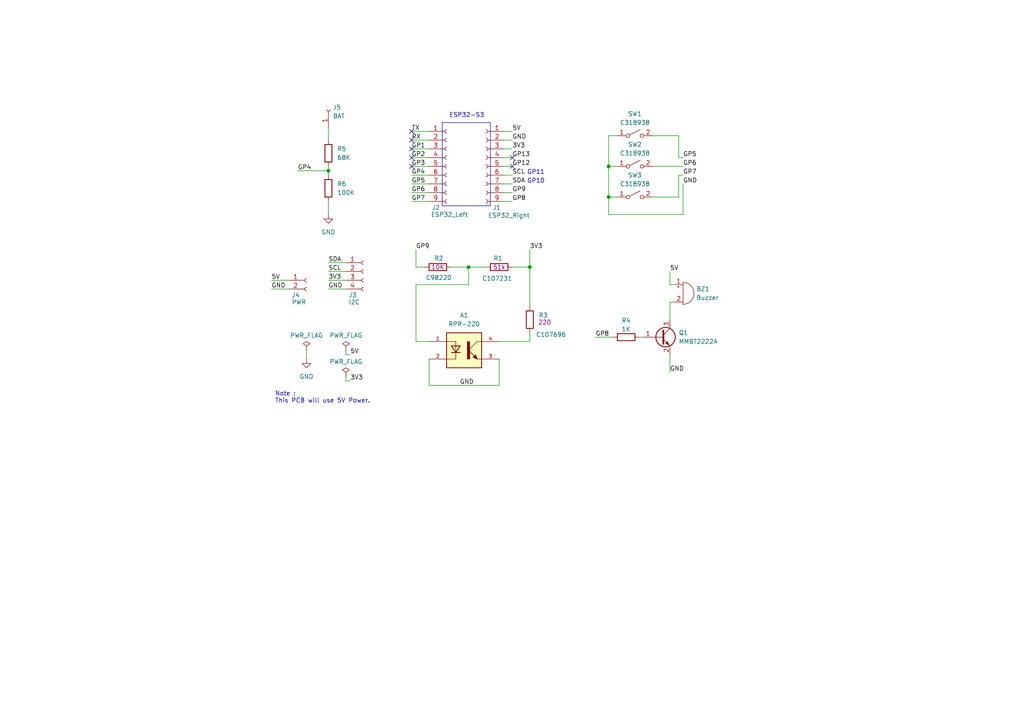
<source format=kicad_sch>
(kicad_sch (version 20250114) (generator "eeschema") (generator_version "9.0")
  (paper "A4")
  (lib_symbols
    (symbol "Connector:Conn_01x01_Socket" (pin_names (offset 1.016) (hide yes))
      (property "Reference" "J" (at 0 2.54 0))
      (property "Value" "Conn_01x01_Socket" (at 0 -2.54 0))
      (symbol "Conn_01x01_Socket_1_1"
        (polyline (pts (xy -1.27 0) (xy -0.508 0)) (stroke (width 0.1524)))
        (arc (start 0 -0.508) (mid -0.5058 0) (end 0 0.508) (stroke (width 0.1524)))
        (pin passive line (at -5.08 0 0) (length 3.81) (name "Pin_1") (number "1"))
      )
    )
    (symbol "Connector:Conn_01x02_Socket" (pin_names (offset 1.016) (hide yes))
      (property "Reference" "J" (at 0 2.54 0))
      (property "Value" "Conn_01x02_Socket" (at 0 -5.08 0))
      (symbol "Conn_01x02_Socket_1_1"
        (polyline (pts (xy -1.27 0) (xy -0.508 0)) (stroke (width 0.1524)))
        (polyline (pts (xy -1.27 -2.54) (xy -0.508 -2.54)) (stroke (width 0.1524)))
        (arc (start 0 -0.508) (mid -0.5058 0) (end 0 0.508) (stroke (width 0.1524)))
        (arc (start 0 -3.048) (mid -0.5058 -2.54) (end 0 -2.032) (stroke (width 0.1524)))
        (pin passive line (at -5.08 0 0) (length 3.81) (name "Pin_1") (number "1"))
        (pin passive line (at -5.08 -2.54 0) (length 3.81) (name "Pin_2") (number "2"))
      )
    )
    (symbol "Connector:Conn_01x04_Socket" (pin_names (offset 1.016) (hide yes))
      (property "Reference" "J" (at 0 5.08 0))
      (property "Value" "Conn_01x04_Socket" (at 0 -7.62 0))
      (symbol "Conn_01x04_Socket_1_1"
        (polyline (pts (xy -1.27 2.54) (xy -0.508 2.54)) (stroke (width 0.1524)))
        (polyline (pts (xy -1.27 0) (xy -0.508 0)) (stroke (width 0.1524)))
        (polyline (pts (xy -1.27 -2.54) (xy -0.508 -2.54)) (stroke (width 0.1524)))
        (polyline (pts (xy -1.27 -5.08) (xy -0.508 -5.08)) (stroke (width 0.1524)))
        (arc (start 0 2.032) (mid -0.5058 2.54) (end 0 3.048) (stroke (width 0.1524)))
        (arc (start 0 -0.508) (mid -0.5058 0) (end 0 0.508) (stroke (width 0.1524)))
        (arc (start 0 -3.048) (mid -0.5058 -2.54) (end 0 -2.032) (stroke (width 0.1524)))
        (arc (start 0 -5.588) (mid -0.5058 -5.08) (end 0 -4.572) (stroke (width 0.1524)))
        (pin passive line (at -5.08 2.54 0) (length 3.81) (name "Pin_1") (number "1"))
        (pin passive line (at -5.08 0 0) (length 3.81) (name "Pin_2") (number "2"))
        (pin passive line (at -5.08 -2.54 0) (length 3.81) (name "Pin_3") (number "3"))
        (pin passive line (at -5.08 -5.08 0) (length 3.81) (name "Pin_4") (number "4"))
      )
    )
    (symbol "Connector:Conn_01x09_Socket" (pin_names (offset 1.016) (hide yes))
      (property "Reference" "J" (at 0 12.7 0))
      (property "Value" "Conn_01x09_Socket" (at 0 -12.7 0))
      (symbol "Conn_01x09_Socket_1_1"
        (polyline (pts (xy -1.27 10.16) (xy -0.508 10.16)) (stroke (width 0.1524)))
        (polyline (pts (xy -1.27 7.62) (xy -0.508 7.62)) (stroke (width 0.1524)))
        (polyline (pts (xy -1.27 5.08) (xy -0.508 5.08)) (stroke (width 0.1524)))
        (polyline (pts (xy -1.27 2.54) (xy -0.508 2.54)) (stroke (width 0.1524)))
        (polyline (pts (xy -1.27 0) (xy -0.508 0)) (stroke (width 0.1524)))
        (polyline (pts (xy -1.27 -2.54) (xy -0.508 -2.54)) (stroke (width 0.1524)))
        (polyline (pts (xy -1.27 -5.08) (xy -0.508 -5.08)) (stroke (width 0.1524)))
        (polyline (pts (xy -1.27 -7.62) (xy -0.508 -7.62)) (stroke (width 0.1524)))
        (polyline (pts (xy -1.27 -10.16) (xy -0.508 -10.16)) (stroke (width 0.1524)))
        (arc (start 0 9.652) (mid -0.5058 10.16) (end 0 10.668) (stroke (width 0.1524)))
        (arc (start 0 7.112) (mid -0.5058 7.62) (end 0 8.128) (stroke (width 0.1524)))
        (arc (start 0 4.572) (mid -0.5058 5.08) (end 0 5.588) (stroke (width 0.1524)))
        (arc (start 0 2.032) (mid -0.5058 2.54) (end 0 3.048) (stroke (width 0.1524)))
        (arc (start 0 -0.508) (mid -0.5058 0) (end 0 0.508) (stroke (width 0.1524)))
        (arc (start 0 -3.048) (mid -0.5058 -2.54) (end 0 -2.032) (stroke (width 0.1524)))
        (arc (start 0 -5.588) (mid -0.5058 -5.08) (end 0 -4.572) (stroke (width 0.1524)))
        (arc (start 0 -8.128) (mid -0.5058 -7.62) (end 0 -7.112) (stroke (width 0.1524)))
        (arc (start 0 -10.668) (mid -0.5058 -10.16) (end 0 -9.652) (stroke (width 0.1524)))
        (pin passive line (at -5.08 10.16 0) (length 3.81) (name "Pin_1") (number "1"))
        (pin passive line (at -5.08 7.62 0) (length 3.81) (name "Pin_2") (number "2"))
        (pin passive line (at -5.08 5.08 0) (length 3.81) (name "Pin_3") (number "3"))
        (pin passive line (at -5.08 2.54 0) (length 3.81) (name "Pin_4") (number "4"))
        (pin passive line (at -5.08 0 0) (length 3.81) (name "Pin_5") (number "5"))
        (pin passive line (at -5.08 -2.54 0) (length 3.81) (name "Pin_6") (number "6"))
        (pin passive line (at -5.08 -5.08 0) (length 3.81) (name "Pin_7") (number "7"))
        (pin passive line (at -5.08 -7.62 0) (length 3.81) (name "Pin_8") (number "8"))
        (pin passive line (at -5.08 -10.16 0) (length 3.81) (name "Pin_9") (number "9"))
      )
    )
    (symbol "Device:Buzzer" (pin_names (offset 0.0254) (hide yes))
      (property "Reference" "BZ" (at 3.81 1.27 0))
      (property "Value" "Buzzer" (at 3.81 -1.27 0))
      (symbol "Buzzer_0_1"
        (polyline (pts (xy -1.651 1.905) (xy -1.143 1.905)))
        (polyline (pts (xy -1.397 2.159) (xy -1.397 1.651)))
        (arc (start 0 3.175) (mid 3.1612 0) (end 0 -3.175))
        (polyline (pts (xy 0 3.175) (xy 0 -3.175)))
      )
      (symbol "Buzzer_1_1"
        (pin passive line (at -2.54 2.54 0) (length 2.54) (name "+") (number "1"))
        (pin passive line (at -2.54 -2.54 0) (length 2.54) (name "-") (number "2"))
      )
    )
    (symbol "Device:R" (pin_numbers (hide yes)) (pin_names (offset 0))
      (property "Reference" "R" (at 2.032 0 90))
      (property "Value" "R" (at 0 0 90))
      (symbol "R_0_1"
        (rectangle (start -1.016 -2.54) (end 1.016 2.54) (stroke (width 0.254)))
      )
      (symbol "R_1_1"
        (pin passive line (at 0 3.81 270) (length 1.27) (name "~") (number "1"))
        (pin passive line (at 0 -3.81 90) (length 1.27) (name "~") (number "2"))
      )
    )
    (symbol "RPR-220:RPR-220" (pin_names (offset 1.016))
      (property "Reference" "A" (at -5.0891 5.598 0))
      (property "Value" "RPR-220" (at -5.0889 -7.1245 0))
      (symbol "RPR-220_0_0"
        (rectangle (start -5.08 -5.08) (end 5.08 5.08) (stroke (width 0.254)) (fill (type background)))
        (polyline (pts (xy -3.683 1.27) (xy -2.413 -0.635)) (stroke (width 0.254)))
        (polyline (pts (xy -2.413 2.54) (xy -5.08 2.54)) (stroke (width 0.1524)))
        (polyline (pts (xy -2.413 2.54) (xy -2.413 1.27)) (stroke (width 0.1524)))
        (polyline (pts (xy -2.413 1.27) (xy -3.683 1.27)) (stroke (width 0.254)))
        (polyline (pts (xy -2.413 -0.635) (xy -3.683 -0.635)) (stroke (width 0.254)))
        (polyline (pts (xy -2.413 -0.635) (xy -2.413 1.27)) (stroke (width 0.1524)))
        (polyline (pts (xy -2.413 -0.635) (xy -1.143 1.27)) (stroke (width 0.254)))
        (polyline (pts (xy -2.413 -2.54) (xy -5.08 -2.54)) (stroke (width 0.1524)))
        (polyline (pts (xy -2.413 -2.54) (xy -2.413 -0.635)) (stroke (width 0.1524)))
        (polyline (pts (xy -1.143 1.27) (xy -2.413 1.27)) (stroke (width 0.254)))
        (polyline (pts (xy -1.143 -0.635) (xy -2.413 -0.635)) (stroke (width 0.254)))
        (rectangle (start 0.8893 -2.5503) (end 1.651 2.54) (stroke (width 0.1)) (fill (type outline)))
        (polyline (pts (xy 1.27 0) (xy 3.81 -2.54)) (stroke (width 0.1524)))
        (polyline (pts (xy 3.81 2.54) (xy 1.27 0)) (stroke (width 0.1524)))
        (polyline (pts (xy 3.81 2.54) (xy 5.08 2.54)) (stroke (width 0.1524)))
        (polyline (pts (xy 3.81 -2.54) (xy 1.27 0)) (stroke (width 0.1524)))
        (polyline (pts (xy 3.81 -2.54) (xy 5.08 -2.54)) (stroke (width 0.1524)))
        (polyline (pts (xy 3.81 -2.54) (xy 3.302 -1.27) (xy 2.54 -2.032) (xy 3.81 -2.54)) (stroke (width 0.1524)) (fill (type outline)))
        (pin passive line (at -10.16 2.54 0) (length 5.08) (name "~") (number "1"))
        (pin passive line (at -10.16 -2.54 0) (length 5.08) (name "~") (number "2"))
        (pin passive line (at 10.16 2.54 180) (length 5.08) (name "~") (number "4"))
        (pin passive line (at 10.16 -2.54 180) (length 5.08) (name "~") (number "3"))
      )
    )
    (symbol "Switch:SW_SPST" (pin_names (offset 0) (hide yes))
      (property "Reference" "SW" (at 0 3.175 0))
      (property "Value" "SW_SPST" (at 0 -2.54 0))
      (symbol "SW_SPST_0_0"
        (circle (center -2.032 0) (radius 0.508))
        (polyline (pts (xy -1.524 0.254) (xy 1.524 1.778)))
        (circle (center 2.032 0) (radius 0.508))
      )
      (symbol "SW_SPST_1_1"
        (pin passive line (at -5.08 0 0) (length 2.54) (name "A") (number "1"))
        (pin passive line (at 5.08 0 180) (length 2.54) (name "B") (number "2"))
      )
    )
    (symbol "Transistor_BJT:MMBT2222A" (pin_names (offset 0) (hide yes))
      (property "Reference" "Q" (at 5.08 1.905 0))
      (property "Value" "MMBT2222A" (at 5.08 0 0))
      (symbol "MMBT2222A_0_1"
        (polyline (pts (xy -2.54 0) (xy 0.635 0)))
        (polyline (pts (xy 0.635 1.905) (xy 0.635 -1.905)) (stroke (width 0.508)))
        (circle (center 1.27 0) (radius 2.8194) (stroke (width 0.254)))
      )
      (symbol "MMBT2222A_1_1"
        (polyline (pts (xy 0.635 0.635) (xy 2.54 2.54)))
        (polyline (pts (xy 0.635 -0.635) (xy 2.54 -2.54)))
        (polyline (pts (xy 1.27 -1.778) (xy 1.778 -1.27) (xy 2.286 -2.286) (xy 1.27 -1.778)) (fill (type outline)))
        (pin input line (at -5.08 0 0) (length 2.54) (name "B") (number "1"))
        (pin passive line (at 2.54 5.08 270) (length 2.54) (name "C") (number "3"))
        (pin passive line (at 2.54 -5.08 90) (length 2.54) (name "E") (number "2"))
      )
    )
    (symbol "power:GND" (power) (pin_numbers (hide yes)) (pin_names (offset 0) (hide yes))
      (property "Value" "GND" (at 0 -3.81 0))
      (symbol "GND_0_1"
        (polyline (pts (xy 0 0) (xy 0 -1.27) (xy 1.27 -1.27) (xy 0 -2.54) (xy -1.27 -1.27) (xy 0 -1.27)))
      )
      (symbol "GND_1_1"
        (pin power_in line (at 0 0 270) (length 0) (name "~") (number "1"))
      )
    )
    (symbol "power:PWR_FLAG" (power) (pin_numbers (hide yes)) (pin_names (offset 0) (hide yes))
      (property "Value" "PWR_FLAG" (at 0 3.81 0))
      (symbol "PWR_FLAG_0_0"
        (pin power_out line (at 0 0 90) (length 0) (name "~") (number "1"))
      )
      (symbol "PWR_FLAG_0_1"
        (polyline (pts (xy 0 0) (xy 0 1.27) (xy -1.016 1.905) (xy 0 2.54) (xy 1.016 1.905) (xy 0 1.27)))
      )
    )
  )
  (rectangle (start 128.27 35.56) (end 142.24 59.69))
  (text "ESP32-S3" (at 135.382 33.528 0) (effects (font (size 1.27 1.27))))
  (text "Note : \nThis PCB will use 5V Power." (at 79.756 115.316 0) (effects (font (size 1.27 1.27)) (justify left)))
  (text "GP10" (at 155.448 52.578 0) (effects (font (size 1.27 1.27))))
  (text "GP11" (at 155.448 50.038 0) (effects (font (size 1.27 1.27))))
  (junction (at 176.53 57.15))
  (junction (at 153.67 77.47))
  (junction (at 176.53 48.26))
  (junction (at 95.25 49.53))
  (junction (at 135.89 77.47))
  (no_connect (at 148.59 48.26))
  (no_connect (at 119.38 40.64))
  (no_connect (at 148.59 45.72))
  (no_connect (at 119.38 45.72))
  (no_connect (at 119.38 43.18))
  (no_connect (at 119.38 38.1))
  (no_connect (at 119.38 48.26))
  (wire (pts (xy 124.46 99.06) (xy 120.65 99.06)))
  (wire (pts (xy 176.53 39.37) (xy 179.07 39.37)))
  (wire (pts (xy 119.38 53.34) (xy 124.46 53.34)))
  (wire (pts (xy 194.31 107.95) (xy 194.31 102.87)))
  (wire (pts (xy 176.53 62.23) (xy 176.53 57.15)))
  (wire (pts (xy 119.38 43.18) (xy 124.46 43.18)))
  (wire (pts (xy 140.97 77.47) (xy 135.89 77.47)))
  (wire (pts (xy 189.23 39.37) (xy 196.85 39.37)))
  (wire (pts (xy 120.65 77.47) (xy 123.19 77.47)))
  (wire (pts (xy 95.25 48.26) (xy 95.25 49.53)))
  (wire (pts (xy 119.38 48.26) (xy 124.46 48.26)))
  (wire (pts (xy 119.38 45.72) (xy 124.46 45.72)))
  (wire (pts (xy 148.59 43.18) (xy 146.05 43.18)))
  (wire (pts (xy 144.78 104.14) (xy 144.78 111.76)))
  (wire (pts (xy 100.33 110.49) (xy 100.33 109.22)))
  (wire (pts (xy 119.38 55.88) (xy 124.46 55.88)))
  (wire (pts (xy 95.25 58.42) (xy 95.25 62.23)))
  (wire (pts (xy 95.25 49.53) (xy 95.25 50.8)))
  (wire (pts (xy 189.23 48.26) (xy 198.12 48.26)))
  (wire (pts (xy 95.25 36.83) (xy 95.25 40.64)))
  (wire (pts (xy 120.65 82.55) (xy 135.89 82.55)))
  (wire (pts (xy 148.59 48.26) (xy 146.05 48.26)))
  (wire (pts (xy 198.12 62.23) (xy 176.53 62.23)))
  (wire (pts (xy 185.42 97.79) (xy 186.69 97.79)))
  (wire (pts (xy 153.67 96.52) (xy 153.67 99.06)))
  (wire (pts (xy 148.59 45.72) (xy 146.05 45.72)))
  (wire (pts (xy 148.59 58.42) (xy 146.05 58.42)))
  (wire (pts (xy 78.74 81.28) (xy 83.82 81.28)))
  (wire (pts (xy 101.6 110.49) (xy 100.33 110.49)))
  (wire (pts (xy 196.85 50.8) (xy 196.85 57.15)))
  (wire (pts (xy 124.46 111.76) (xy 144.78 111.76)))
  (wire (pts (xy 120.65 82.55) (xy 120.65 99.06)))
  (wire (pts (xy 176.53 57.15) (xy 179.07 57.15)))
  (wire (pts (xy 119.38 58.42) (xy 124.46 58.42)))
  (wire (pts (xy 119.38 40.64) (xy 124.46 40.64)))
  (wire (pts (xy 194.31 87.63) (xy 194.31 92.71)))
  (wire (pts (xy 101.6 102.87) (xy 100.33 102.87)))
  (wire (pts (xy 148.59 50.8) (xy 146.05 50.8)))
  (wire (pts (xy 148.59 38.1) (xy 146.05 38.1)))
  (wire (pts (xy 189.23 57.15) (xy 196.85 57.15)))
  (wire (pts (xy 198.12 53.34) (xy 198.12 62.23)))
  (wire (pts (xy 194.31 78.74) (xy 194.31 82.55)))
  (wire (pts (xy 88.9 104.14) (xy 88.9 101.6)))
  (wire (pts (xy 95.25 76.2) (xy 100.33 76.2)))
  (wire (pts (xy 148.59 53.34) (xy 146.05 53.34)))
  (wire (pts (xy 78.74 83.82) (xy 83.82 83.82)))
  (wire (pts (xy 176.53 48.26) (xy 179.07 48.26)))
  (wire (pts (xy 86.36 49.53) (xy 95.25 49.53)))
  (wire (pts (xy 119.38 50.8) (xy 124.46 50.8)))
  (wire (pts (xy 135.89 77.47) (xy 130.81 77.47)))
  (wire (pts (xy 146.05 40.64) (xy 148.59 40.64)))
  (wire (pts (xy 196.85 45.72) (xy 198.12 45.72)))
  (wire (pts (xy 95.25 78.74) (xy 100.33 78.74)))
  (wire (pts (xy 100.33 102.87) (xy 100.33 101.6)))
  (wire (pts (xy 95.25 83.82) (xy 100.33 83.82)))
  (wire (pts (xy 135.89 82.55) (xy 135.89 77.47)))
  (wire (pts (xy 120.65 72.39) (xy 120.65 77.47)))
  (wire (pts (xy 119.38 38.1) (xy 124.46 38.1)))
  (wire (pts (xy 196.85 39.37) (xy 196.85 45.72)))
  (wire (pts (xy 153.67 77.47) (xy 153.67 88.9)))
  (wire (pts (xy 148.59 55.88) (xy 146.05 55.88)))
  (wire (pts (xy 148.59 77.47) (xy 153.67 77.47)))
  (wire (pts (xy 194.31 82.55) (xy 195.58 82.55)))
  (wire (pts (xy 124.46 111.76) (xy 124.46 104.14)))
  (wire (pts (xy 153.67 72.39) (xy 153.67 77.47)))
  (wire (pts (xy 194.31 87.63) (xy 195.58 87.63)))
  (wire (pts (xy 176.53 48.26) (xy 176.53 57.15)))
  (wire (pts (xy 95.25 81.28) (xy 100.33 81.28)))
  (wire (pts (xy 198.12 50.8) (xy 196.85 50.8)))
  (wire (pts (xy 172.72 97.79) (xy 177.8 97.79)))
  (wire (pts (xy 176.53 39.37) (xy 176.53 48.26)))
  (wire (pts (xy 144.78 99.06) (xy 153.67 99.06)))
  (label "GP12" (at 148.59 48.26 0))
  (label "3V3" (at 101.6 110.49 0))
  (label "TX" (at 119.38 38.1 0))
  (label "SDA" (at 95.25 76.2 0))
  (label "GP1" (at 119.38 43.18 0))
  (label "GP4" (at 119.38 50.8 0))
  (label "GND" (at 198.12 53.34 0))
  (label "GND" (at 133.35 111.76 0))
  (label "3V3" (at 148.59 43.18 0))
  (label "GND" (at 78.74 83.82 0))
  (label "5V" (at 194.31 78.74 0))
  (label "GP2" (at 119.38 45.72 0))
  (label "GP7" (at 119.38 58.42 0))
  (label "GND" (at 194.31 107.95 0))
  (label "GP4" (at 86.36 49.53 0))
  (label "GND" (at 148.59 40.64 0))
  (label "5V" (at 148.59 38.1 0))
  (label "SCL" (at 148.59 50.8 0))
  (label "3V3" (at 153.67 72.39 0))
  (label "SDA" (at 148.59 53.34 0))
  (label "5V" (at 78.74 81.28 0))
  (label "3V3" (at 95.25 81.28 0))
  (label "GND" (at 95.25 83.82 0))
  (label "GP6" (at 198.12 48.26 0))
  (label "GP13" (at 148.59 45.72 0))
  (label "GP5" (at 119.38 53.34 0))
  (label "GP6" (at 119.38 55.88 0))
  (label "SCL" (at 95.25 78.74 0))
  (label "RX" (at 119.38 40.64 0))
  (label "GP8" (at 172.72 97.79 0))
  (label "GP5" (at 198.12 45.72 0))
  (label "5V" (at 101.6 102.87 0))
  (label "GP9" (at 148.59 55.88 0))
  (label "GP7" (at 198.12 50.8 0))
  (label "GP3" (at 119.38 48.26 0))
  (label "GP8" (at 148.59 58.42 0))
  (label "GP9" (at 120.65 72.39 0))
  (symbol (lib_id "Device:R") (at 153.67 92.71 0) (unit 1)
    (property "Reference" "R3" (at 156.21 91.4399 0) (effects (justify left)))
    (property "Value" "C107696" (at 155.448 97.028 0) (effects (justify left)))
    (property "Footprint" "Resistor_SMD:R_0603_1608Metric" (effects (hide yes)))
    (property "Datasheet" "220" (at 157.988 93.472 0))
    (property "Description" "Resistor" (effects (hide yes)))
  )
  (symbol (lib_id "Device:R") (at 95.25 54.61 0) (unit 1)
    (property "Reference" "R6" (at 97.79 53.3399 0) (effects (justify left)))
    (property "Value" "100K" (at 97.79 55.8799 0) (effects (justify left)))
    (property "Footprint" "Resistor_SMD:R_0603_1608Metric" (effects (hide yes)))
    (property "Description" "Resistor" (effects (hide yes)))
  )
  (symbol (lib_id "Device:R") (at 181.61 97.79 90) (unit 1)
    (property "Reference" "R4" (at 181.61 92.964 90))
    (property "Value" "1K" (at 181.61 95.504 90))
    (property "Footprint" "Resistor_SMD:R_0603_1608Metric" (effects (hide yes)))
    (property "Description" "Resistor" (effects (hide yes)))
  )
  (symbol (lib_id "Switch:SW_SPST") (at 184.15 57.15 0) (unit 1)
    (property "Reference" "SW3" (at 184.15 50.8 0))
    (property "Value" "C318938" (at 184.15 53.34 0))
    (property "Footprint" "Button_Switch_SMD:SW_SPST_CK_RS282G05A3" (effects (hide yes)))
    (property "Description" "Single Pole Single Throw (SPST) switch" (effects (hide yes)))
  )
  (symbol (lib_id "Switch:SW_SPST") (at 184.15 39.37 0) (unit 1)
    (property "Reference" "SW1" (at 184.15 33.02 0))
    (property "Value" "C318938" (at 184.15 35.56 0))
    (property "Footprint" "Button_Switch_SMD:SW_SPST_CK_RS282G05A3" (effects (hide yes)))
    (property "Description" "Single Pole Single Throw (SPST) switch" (effects (hide yes)))
  )
  (symbol (lib_id "power:PWR_FLAG") (at 100.33 109.22 0) (unit 1)
    (property "Reference" "#FLG03" (effects (hide yes)))
    (property "Value" "PWR_FLAG" (at 100.33 104.902 0))
    (property "Description" "Special symbol for telling ERC where power comes from" (effects (hide yes)))
  )
  (symbol (lib_id "Connector:Conn_01x04_Socket") (at 105.41 78.74 0) (unit 1) (in_bom no)
    (property "Reference" "J3" (at 101.092 85.598 0) (effects (justify left)))
    (property "Value" "I2C" (at 101.092 87.63 0) (effects (justify left)))
    (property "Footprint" "Connector_PinSocket_2.54mm:PinSocket_1x04_P2.54mm_Vertical" (effects (hide yes)))
    (property "Description" "Generic connector, single row, 01x04, script generated" (effects (hide yes)))
  )
  (symbol (lib_id "power:GND") (at 95.25 62.23 0) (unit 1)
    (property "Reference" "#PWR02" (effects (hide yes)))
    (property "Value" "GND" (at 95.25 67.31 0))
    (property "Description" "Power symbol creates a global label with name \"GND\" , ground" (effects (hide yes)))
  )
  (symbol (lib_id "power:PWR_FLAG") (at 88.9 101.6 0) (unit 1)
    (property "Reference" "#FLG01" (effects (hide yes)))
    (property "Value" "PWR_FLAG" (at 88.9 97.282 0))
    (property "Description" "Special symbol for telling ERC where power comes from" (effects (hide yes)))
  )
  (symbol (lib_id "RPR-220:RPR-220") (at 134.62 101.6 0) (unit 1) (in_bom no)
    (property "Reference" "A1" (at 134.62 91.44 0))
    (property "Value" "RPR-220" (at 134.62 93.98 0))
    (property "Footprint" "Sensor_Distance:PHODET_RPR-220" (effects (hide yes)))
    (property "MF" "Rohm" (effects (hide yes)))
    (property "MAXIMUM_PACKAGE_HEIGHT" "6.5 mm" (effects (hide yes)))
    (property "Package" "Radial-4 Rohm" (effects (hide yes)))
    (property "Price" "None" (effects (hide yes)))
    (property "Check_prices" "https://www.snapeda.com/parts/RPR-220/Rohm/view-part/?ref=eda" (effects (hide yes)))
    (property "STANDARD" "IPC 7351B" (effects (hide yes)))
    (property "PARTREV" "B" (effects (hide yes)))
    (property "SnapEDA_Link" "https://www.snapeda.com/parts/RPR-220/Rohm/view-part/?ref=snap" (effects (hide yes)))
    (property "MP" "RPR-220" (effects (hide yes)))
    (property "Description_1" "Reflective Optical Sensor 0.236 (6mm) Radial - 4 Leads" (effects (hide yes)))
    (property "Availability" "In Stock" (effects (hide yes)))
    (property "MANUFACTURER" "ROHM Semiconductor" (effects (hide yes)))
  )
  (symbol (lib_id "Device:R") (at 95.25 44.45 0) (unit 1)
    (property "Reference" "R5" (at 97.79 43.1799 0) (effects (justify left)))
    (property "Value" "68K" (at 97.79 45.7199 0) (effects (justify left)))
    (property "Footprint" "Resistor_SMD:R_0603_1608Metric" (effects (hide yes)))
    (property "Description" "Resistor" (effects (hide yes)))
  )
  (symbol (lib_id "Device:R") (at 127 77.47 90) (unit 1)
    (property "Reference" "R2" (at 127.254 74.93 90))
    (property "Value" "C98220" (at 127.254 80.518 90))
    (property "Footprint" "Resistor_SMD:R_0603_1608Metric" (effects (hide yes)))
    (property "Datasheet" "10K" (at 127 77.47 90))
    (property "Description" "Resistor" (effects (hide yes)))
  )
  (symbol (lib_id "Connector:Conn_01x01_Socket") (at 95.25 31.75 90) (unit 1)
    (property "Reference" "J5" (at 96.52 31.1149 90) (effects (justify right)))
    (property "Value" "BAT" (at 96.52 33.6549 90) (effects (justify right)))
    (property "Footprint" "Connector_PinSocket_2.54mm:PinSocket_1x01_P2.54mm_Vertical" (effects (hide yes)))
    (property "Description" "Generic connector, single row, 01x01, script generated" (effects (hide yes)))
  )
  (symbol (lib_id "Connector:Conn_01x09_Socket") (at 129.54 48.26 0) (unit 1) (in_bom no)
    (property "Reference" "J2" (at 125.222 60.198 0) (effects (justify left)))
    (property "Value" "ESP32_Left" (at 124.968 62.23 0) (effects (justify left)))
    (property "Footprint" "Connector_PinHeader_2.54mm:PinHeader_1x09_P2.54mm_Vertical" (effects (hide yes)))
    (property "Description" "Generic connector, single row, 01x09, script generated" (effects (hide yes)))
  )
  (symbol (lib_id "power:PWR_FLAG") (at 100.33 101.6 0) (unit 1)
    (property "Reference" "#FLG02" (effects (hide yes)))
    (property "Value" "PWR_FLAG" (at 100.33 97.282 0))
    (property "Description" "Special symbol for telling ERC where power comes from" (effects (hide yes)))
  )
  (symbol (lib_id "Device:Buzzer") (at 198.12 85.09 0) (unit 1)
    (property "Reference" "BZ1" (at 201.93 83.8199 0) (effects (justify left)))
    (property "Value" "Buzzer" (at 201.93 86.3599 0) (effects (justify left)))
    (property "Footprint" "Buzzer_Beeper:Buzzer_12x9.5RM7.6" (effects (hide yes)))
    (property "Description" "Buzzer, polarized" (effects (hide yes)))
  )
  (symbol (lib_id "Transistor_BJT:MMBT2222A") (at 191.77 97.79 0) (unit 1)
    (property "Reference" "Q1" (at 196.85 96.5199 0) (effects (justify left)))
    (property "Value" "MMBT2222A" (at 196.85 99.0599 0) (effects (justify left)))
    (property "Footprint" "Package_TO_SOT_SMD:SOT-23" (effects (hide yes)))
    (property "Datasheet" "https://assets.nexperia.com/documents/data-sheet/MMBT2222A.pdf" (effects (hide yes)))
    (property "Description" "600mA Ic, 40V Vce, NPN Transistor, SOT-23" (effects (hide yes)))
  )
  (symbol (lib_id "Switch:SW_SPST") (at 184.15 48.26 0) (unit 1)
    (property "Reference" "SW2" (at 184.15 41.91 0))
    (property "Value" "C318938" (at 184.15 44.45 0))
    (property "Footprint" "Button_Switch_SMD:SW_SPST_CK_RS282G05A3" (effects (hide yes)))
    (property "Description" "Single Pole Single Throw (SPST) switch" (effects (hide yes)))
  )
  (symbol (lib_id "power:GND") (at 88.9 104.14 0) (unit 1)
    (property "Reference" "#PWR04" (effects (hide yes)))
    (property "Value" "GND" (at 88.9 109.22 0))
    (property "Description" "Power symbol creates a global label with name \"GND\" , ground" (effects (hide yes)))
  )
  (symbol (lib_id "Device:R") (at 144.78 77.47 90) (unit 1)
    (property "Reference" "R1" (at 145.796 74.93 90) (effects (justify left)))
    (property "Value" "C107231" (at 148.59 80.772 90) (effects (justify left)))
    (property "Footprint" "Resistor_SMD:R_0603_1608Metric" (effects (hide yes)))
    (property "Datasheet" "51k" (at 144.78 77.47 90))
    (property "Description" "Resistor" (effects (hide yes)))
  )
  (symbol (lib_id "Connector:Conn_01x02_Socket") (at 88.9 81.28 0) (unit 1)
    (property "Reference" "J4" (at 84.582 85.598 0) (effects (justify left)))
    (property "Value" "PWR" (at 84.582 87.63 0) (effects (justify left)))
    (property "Footprint" "Connector_PinSocket_2.54mm:PinSocket_1x02_P2.54mm_Vertical" (effects (hide yes)))
    (property "Description" "Generic connector, single row, 01x02, script generated" (effects (hide yes)))
  )
  (symbol (lib_id "Connector:Conn_01x09_Socket") (at 140.97 48.26 0) (mirror y) (unit 1) (in_bom no)
    (property "Reference" "J1" (at 145.288 60.198 0) (effects (justify left)))
    (property "Value" "ESP32_Right" (at 153.67 62.484 0) (effects (justify left)))
    (property "Footprint" "Connector_PinHeader_2.54mm:PinHeader_1x09_P2.54mm_Vertical" (effects (hide yes)))
    (property "Description" "Generic connector, single row, 01x09, script generated" (effects (hide yes)))
  )
)
</source>
